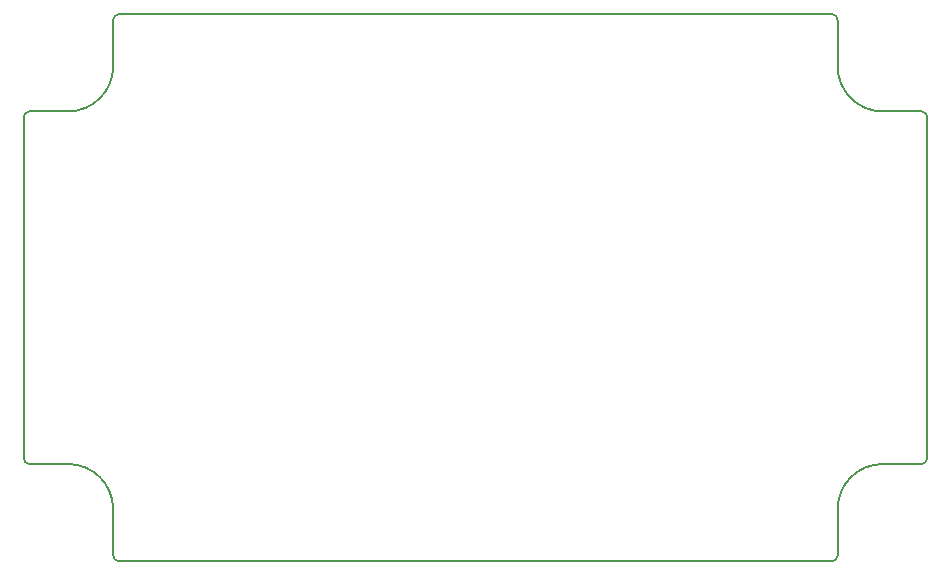
<source format=gbr>
%TF.GenerationSoftware,KiCad,Pcbnew,(6.0.0)*%
%TF.CreationDate,2022-02-22T11:24:30-05:00*%
%TF.ProjectId,lampeDimmer,6c616d70-6544-4696-9d6d-65722e6b6963,v2.0.0*%
%TF.SameCoordinates,Original*%
%TF.FileFunction,Profile,NP*%
%FSLAX46Y46*%
G04 Gerber Fmt 4.6, Leading zero omitted, Abs format (unit mm)*
G04 Created by KiCad (PCBNEW (6.0.0)) date 2022-02-22 11:24:30*
%MOMM*%
%LPD*%
G01*
G04 APERTURE LIST*
%TA.AperFunction,Profile*%
%ADD10C,0.150000*%
%TD*%
G04 APERTURE END LIST*
D10*
X115252500Y-121870850D02*
G75*
G03*
X115752500Y-122370850I500001J1D01*
G01*
X184181750Y-88703150D02*
X184181750Y-84770850D01*
X123340750Y-84270850D02*
G75*
G03*
X122840750Y-84770850I1J-500001D01*
G01*
X122840750Y-130113150D02*
X122840750Y-126180850D01*
X191770000Y-93013150D02*
X191770000Y-121870850D01*
X119030750Y-122370850D02*
X115752500Y-122370850D01*
X123340750Y-84270850D02*
X183681750Y-84270850D01*
X191770000Y-93013150D02*
G75*
G03*
X191270000Y-92513150I-500001J-1D01*
G01*
X191270000Y-122370850D02*
G75*
G03*
X191770000Y-121870850I-1J500001D01*
G01*
X184181750Y-126180850D02*
X184181750Y-130113150D01*
X115252500Y-93013150D02*
X115252500Y-121870850D01*
X122840750Y-84770850D02*
X122840750Y-88696800D01*
X123340750Y-130613150D02*
X183681750Y-130613150D01*
X119030750Y-92513150D02*
X115752500Y-92513150D01*
X191270000Y-92513150D02*
X187991750Y-92513150D01*
X183681750Y-130613150D02*
G75*
G03*
X184181750Y-130113150I-1J500001D01*
G01*
X187991750Y-122370850D02*
G75*
G03*
X184181750Y-126180850I-1J-3809999D01*
G01*
X119030750Y-92513150D02*
G75*
G03*
X122840750Y-88696800I-3175J3813175D01*
G01*
X184181750Y-88703150D02*
G75*
G03*
X187991750Y-92513150I3809999J-1D01*
G01*
X122840750Y-126180850D02*
G75*
G03*
X119030750Y-122370850I-3809999J1D01*
G01*
X184181750Y-84770850D02*
G75*
G03*
X183681750Y-84270850I-500001J-1D01*
G01*
X115752500Y-92513150D02*
G75*
G03*
X115252500Y-93013150I1J-500001D01*
G01*
X191270000Y-122370850D02*
X187991750Y-122370850D01*
X122840750Y-130113150D02*
G75*
G03*
X123340750Y-130613150I500001J1D01*
G01*
M02*

</source>
